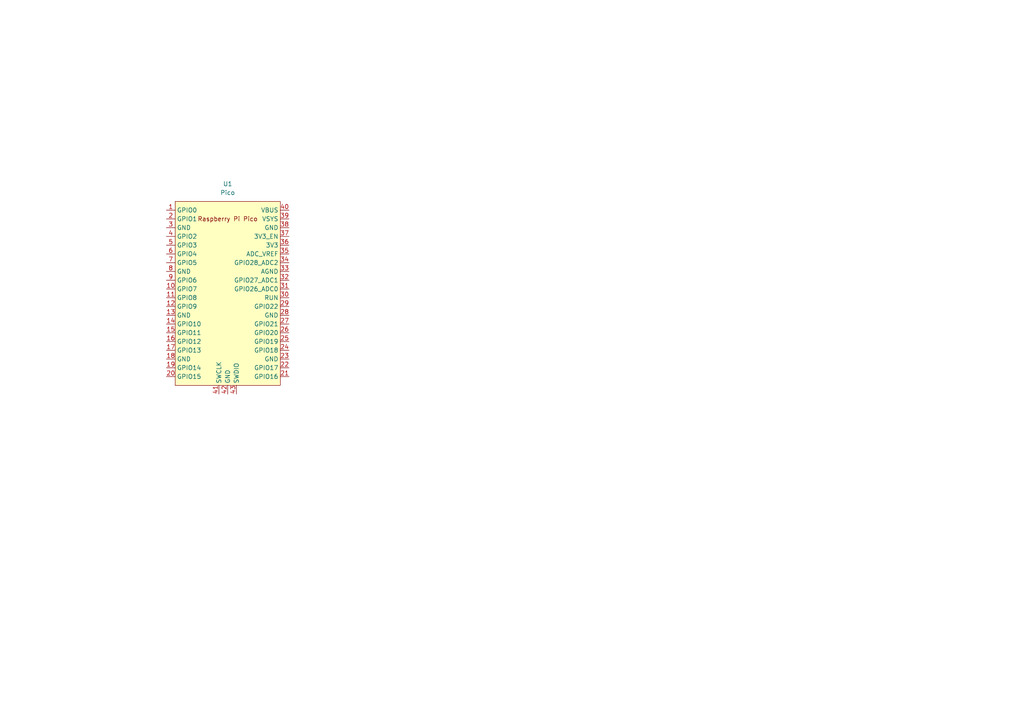
<source format=kicad_sch>
(kicad_sch (version 20231120) (generator "eeschema") (generator_version "8.0")
  (paper "A4")
  (lib_symbols
    (symbol "MCU_RaspberryPi_and_Boards:Pico"
      (property "Reference" "U" (at -13.97 27.94 0))
      (property "Value" "Pico" (at 0 19.05 0))
      (symbol "Pico_0_0"
        (text "Raspberry Pi Pico" (at 0 21.59 0) (effects (font (size 1.27 1.27))))
      )
      (symbol "Pico_0_1"
        (rectangle (start -15.24 26.67) (end 15.24 -26.67) (fill (type background)))
      )
      (symbol "Pico_1_1"
        (pin bidirectional line (at -17.78 24.13 0) (length 2.54) (name "GPIO0") (number "1"))
        (pin bidirectional line (at -17.78 1.27 0) (length 2.54) (name "GPIO7") (number "10"))
        (pin bidirectional line (at -17.78 -1.27 0) (length 2.54) (name "GPIO8") (number "11"))
        (pin bidirectional line (at -17.78 -3.81 0) (length 2.54) (name "GPIO9") (number "12"))
        (pin power_in line (at -17.78 -6.35 0) (length 2.54) (name "GND") (number "13"))
        (pin bidirectional line (at -17.78 -8.89 0) (length 2.54) (name "GPIO10") (number "14"))
        (pin bidirectional line (at -17.78 -11.43 0) (length 2.54) (name "GPIO11") (number "15"))
        (pin bidirectional line (at -17.78 -13.97 0) (length 2.54) (name "GPIO12") (number "16"))
        (pin bidirectional line (at -17.78 -16.51 0) (length 2.54) (name "GPIO13") (number "17"))
        (pin power_in line (at -17.78 -19.05 0) (length 2.54) (name "GND") (number "18"))
        (pin bidirectional line (at -17.78 -21.59 0) (length 2.54) (name "GPIO14") (number "19"))
        (pin bidirectional line (at -17.78 21.59 0) (length 2.54) (name "GPIO1") (number "2"))
        (pin bidirectional line (at -17.78 -24.13 0) (length 2.54) (name "GPIO15") (number "20"))
        (pin bidirectional line (at 17.78 -24.13 180) (length 2.54) (name "GPIO16") (number "21"))
        (pin bidirectional line (at 17.78 -21.59 180) (length 2.54) (name "GPIO17") (number "22"))
        (pin power_in line (at 17.78 -19.05 180) (length 2.54) (name "GND") (number "23"))
        (pin bidirectional line (at 17.78 -16.51 180) (length 2.54) (name "GPIO18") (number "24"))
        (pin bidirectional line (at 17.78 -13.97 180) (length 2.54) (name "GPIO19") (number "25"))
        (pin bidirectional line (at 17.78 -11.43 180) (length 2.54) (name "GPIO20") (number "26"))
        (pin bidirectional line (at 17.78 -8.89 180) (length 2.54) (name "GPIO21") (number "27"))
        (pin power_in line (at 17.78 -6.35 180) (length 2.54) (name "GND") (number "28"))
        (pin bidirectional line (at 17.78 -3.81 180) (length 2.54) (name "GPIO22") (number "29"))
        (pin power_in line (at -17.78 19.05 0) (length 2.54) (name "GND") (number "3"))
        (pin input line (at 17.78 -1.27 180) (length 2.54) (name "RUN") (number "30"))
        (pin bidirectional line (at 17.78 1.27 180) (length 2.54) (name "GPIO26_ADC0") (number "31"))
        (pin bidirectional line (at 17.78 3.81 180) (length 2.54) (name "GPIO27_ADC1") (number "32"))
        (pin power_in line (at 17.78 6.35 180) (length 2.54) (name "AGND") (number "33"))
        (pin bidirectional line (at 17.78 8.89 180) (length 2.54) (name "GPIO28_ADC2") (number "34"))
        (pin power_in line (at 17.78 11.43 180) (length 2.54) (name "ADC_VREF") (number "35"))
        (pin power_in line (at 17.78 13.97 180) (length 2.54) (name "3V3") (number "36"))
        (pin input line (at 17.78 16.51 180) (length 2.54) (name "3V3_EN") (number "37"))
        (pin bidirectional line (at 17.78 19.05 180) (length 2.54) (name "GND") (number "38"))
        (pin power_in line (at 17.78 21.59 180) (length 2.54) (name "VSYS") (number "39"))
        (pin bidirectional line (at -17.78 16.51 0) (length 2.54) (name "GPIO2") (number "4"))
        (pin power_in line (at 17.78 24.13 180) (length 2.54) (name "VBUS") (number "40"))
        (pin input line (at -2.54 -29.21 90) (length 2.54) (name "SWCLK") (number "41"))
        (pin power_in line (at 0 -29.21 90) (length 2.54) (name "GND") (number "42"))
        (pin bidirectional line (at 2.54 -29.21 90) (length 2.54) (name "SWDIO") (number "43"))
        (pin bidirectional line (at -17.78 13.97 0) (length 2.54) (name "GPIO3") (number "5"))
        (pin bidirectional line (at -17.78 11.43 0) (length 2.54) (name "GPIO4") (number "6"))
        (pin bidirectional line (at -17.78 8.89 0) (length 2.54) (name "GPIO5") (number "7"))
        (pin power_in line (at -17.78 6.35 0) (length 2.54) (name "GND") (number "8"))
        (pin bidirectional line (at -17.78 3.81 0) (length 2.54) (name "GPIO6") (number "9"))
      )
    )
  )
  (symbol (lib_id "MCU_RaspberryPi_and_Boards:Pico") (at 66.04 85.09 0) (unit 1)
    (property "Reference" "U1" (at 66.04 53.34 0))
    (property "Value" "Pico" (at 66.04 55.88 0))
    (property "Footprint" "MCU_RaspberryPi_and_Boards:RPi_Pico_SMD_TH" (effects (hide yes)))
  )
)
</source>
